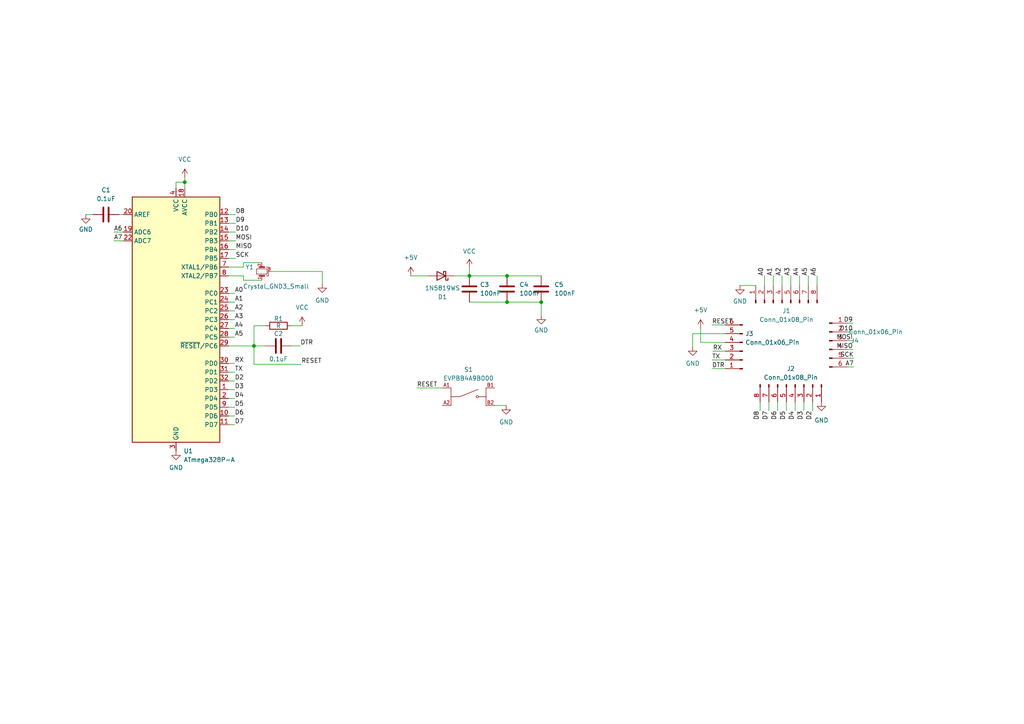
<source format=kicad_sch>
(kicad_sch (version 20230121) (generator eeschema)
  (paper "A4")
  (title_block (title "Arduino Mini") (date "2023-10-18") (rev "V0.2") (company "Zhejiang University") (comment 1 "DTB Lab") (comment 2 "https://github.com/anxndsgn/Arduino-mini") (comment 3 "MIT License") (comment 4 "Xin An"))
  (lib_symbols
    (symbol "Connector:Conn_01x06_Pin" (pin_names (offset 1.016) hide)
      (property "Reference" "J" (at 0 7.62 0))
      (property "Value" "Conn_01x06_Pin" (at 0 -10.16 0))
      (symbol "Conn_01x06_Pin_1_1"
        (polyline (pts (xy 1.27 -7.62) (xy 0.8636 -7.62)) (stroke (width 0.1524)))
        (polyline (pts (xy 1.27 -5.08) (xy 0.8636 -5.08)) (stroke (width 0.1524)))
        (polyline (pts (xy 1.27 -2.54) (xy 0.8636 -2.54)) (stroke (width 0.1524)))
        (polyline (pts (xy 1.27 0) (xy 0.8636 0)) (stroke (width 0.1524)))
        (polyline (pts (xy 1.27 2.54) (xy 0.8636 2.54)) (stroke (width 0.1524)))
        (polyline (pts (xy 1.27 5.08) (xy 0.8636 5.08)) (stroke (width 0.1524)))
        (rectangle (start 0.8636 -7.493) (end 0 -7.747) (stroke (width 0.1524)) (fill (type outline)))
        (rectangle (start 0.8636 -4.953) (end 0 -5.207) (stroke (width 0.1524)) (fill (type outline)))
        (rectangle (start 0.8636 -2.413) (end 0 -2.667) (stroke (width 0.1524)) (fill (type outline)))
        (rectangle (start 0.8636 0.127) (end 0 -0.127) (stroke (width 0.1524)) (fill (type outline)))
        (rectangle (start 0.8636 2.667) (end 0 2.413) (stroke (width 0.1524)) (fill (type outline)))
        (rectangle (start 0.8636 5.207) (end 0 4.953) (stroke (width 0.1524)) (fill (type outline)))
        (pin passive line (at 5.08 5.08 180) (length 3.81) (name "Pin_1") (number "1"))
        (pin passive line (at 5.08 2.54 180) (length 3.81) (name "Pin_2") (number "2"))
        (pin passive line (at 5.08 0 180) (length 3.81) (name "Pin_3") (number "3"))
        (pin passive line (at 5.08 -2.54 180) (length 3.81) (name "Pin_4") (number "4"))
        (pin passive line (at 5.08 -5.08 180) (length 3.81) (name "Pin_5") (number "5"))
        (pin passive line (at 5.08 -7.62 180) (length 3.81) (name "Pin_6") (number "6"))
      )
    )
    (symbol "Connector:Conn_01x08_Pin" (pin_names (offset 1.016) hide)
      (property "Reference" "J" (at 0 10.16 0))
      (property "Value" "Conn_01x08_Pin" (at 0 -12.7 0))
      (symbol "Conn_01x08_Pin_1_1"
        (polyline (pts (xy 1.27 -10.16) (xy 0.8636 -10.16)) (stroke (width 0.1524)))
        (polyline (pts (xy 1.27 -7.62) (xy 0.8636 -7.62)) (stroke (width 0.1524)))
        (polyline (pts (xy 1.27 -5.08) (xy 0.8636 -5.08)) (stroke (width 0.1524)))
        (polyline (pts (xy 1.27 -2.54) (xy 0.8636 -2.54)) (stroke (width 0.1524)))
        (polyline (pts (xy 1.27 0) (xy 0.8636 0)) (stroke (width 0.1524)))
        (polyline (pts (xy 1.27 2.54) (xy 0.8636 2.54)) (stroke (width 0.1524)))
        (polyline (pts (xy 1.27 5.08) (xy 0.8636 5.08)) (stroke (width 0.1524)))
        (polyline (pts (xy 1.27 7.62) (xy 0.8636 7.62)) (stroke (width 0.1524)))
        (rectangle (start 0.8636 -10.033) (end 0 -10.287) (stroke (width 0.1524)) (fill (type outline)))
        (rectangle (start 0.8636 -7.493) (end 0 -7.747) (stroke (width 0.1524)) (fill (type outline)))
        (rectangle (start 0.8636 -4.953) (end 0 -5.207) (stroke (width 0.1524)) (fill (type outline)))
        (rectangle (start 0.8636 -2.413) (end 0 -2.667) (stroke (width 0.1524)) (fill (type outline)))
        (rectangle (start 0.8636 0.127) (end 0 -0.127) (stroke (width 0.1524)) (fill (type outline)))
        (rectangle (start 0.8636 2.667) (end 0 2.413) (stroke (width 0.1524)) (fill (type outline)))
        (rectangle (start 0.8636 5.207) (end 0 4.953) (stroke (width 0.1524)) (fill (type outline)))
        (rectangle (start 0.8636 7.747) (end 0 7.493) (stroke (width 0.1524)) (fill (type outline)))
        (pin passive line (at 5.08 7.62 180) (length 3.81) (name "Pin_1") (number "1"))
        (pin passive line (at 5.08 5.08 180) (length 3.81) (name "Pin_2") (number "2"))
        (pin passive line (at 5.08 2.54 180) (length 3.81) (name "Pin_3") (number "3"))
        (pin passive line (at 5.08 0 180) (length 3.81) (name "Pin_4") (number "4"))
        (pin passive line (at 5.08 -2.54 180) (length 3.81) (name "Pin_5") (number "5"))
        (pin passive line (at 5.08 -5.08 180) (length 3.81) (name "Pin_6") (number "6"))
        (pin passive line (at 5.08 -7.62 180) (length 3.81) (name "Pin_7") (number "7"))
        (pin passive line (at 5.08 -10.16 180) (length 3.81) (name "Pin_8") (number "8"))
      )
    )
    (symbol "Device:C" (pin_numbers hide) (pin_names (offset 0.254))
      (property "Reference" "C" (at 0.635 2.54 0))
      (property "Value" "C" (at 0.635 -2.54 0))
      (symbol "C_0_1"
        (polyline (pts (xy -2.032 -0.762) (xy 2.032 -0.762)) (stroke (width 0.508)))
        (polyline (pts (xy -2.032 0.762) (xy 2.032 0.762)) (stroke (width 0.508)))
      )
      (symbol "C_1_1"
        (pin passive line (at 0 3.81 270) (length 2.794) (name "~") (number "1"))
        (pin passive line (at 0 -3.81 90) (length 2.794) (name "~") (number "2"))
      )
    )
    (symbol "Device:Crystal_GND3_Small" (pin_names (offset 1.016) hide)
      (property "Reference" "Y" (at 0 5.08 0))
      (property "Value" "Crystal_GND3_Small" (at 0 3.175 0))
      (symbol "Crystal_GND3_Small_0_1"
        (rectangle (start -0.762 -1.524) (end 0.762 1.524))
        (polyline (pts (xy -1.27 -0.762) (xy -1.27 0.762)) (stroke (width 0.381)))
        (polyline (pts (xy 1.27 -0.762) (xy 1.27 0.762)) (stroke (width 0.381)))
        (polyline (pts (xy -1.27 -1.27) (xy -1.27 -1.905) (xy 1.27 -1.905) (xy 1.27 -1.27)))
      )
      (symbol "Crystal_GND3_Small_1_1"
        (pin passive line (at -2.54 0 0) (length 1.27) (name "1") (number "1"))
        (pin passive line (at 2.54 0 180) (length 1.27) (name "2") (number "2"))
        (pin passive line (at 0 -2.54 90) (length 0.635) (name "3") (number "3"))
      )
    )
    (symbol "Device:R" (pin_numbers hide) (pin_names (offset 0))
      (property "Reference" "R" (at 2.032 0 90))
      (property "Value" "R" (at 0 0 90))
      (symbol "R_0_1"
        (rectangle (start -1.016 -2.54) (end 1.016 2.54) (stroke (width 0.254)))
      )
      (symbol "R_1_1"
        (pin passive line (at 0 3.81 270) (length 1.27) (name "~") (number "1"))
        (pin passive line (at 0 -3.81 90) (length 1.27) (name "~") (number "2"))
      )
    )
    (symbol "Diode:1N5819WS" (pin_numbers hide) (pin_names (offset 1.016) hide)
      (property "Reference" "D" (at 0 2.54 0))
      (property "Value" "1N5819WS" (at 0 -2.54 0))
      (symbol "1N5819WS_0_1"
        (polyline (pts (xy 1.27 0) (xy -1.27 0)))
        (polyline (pts (xy 1.27 1.27) (xy 1.27 -1.27) (xy -1.27 0) (xy 1.27 1.27)) (stroke (width 0.254)))
        (polyline (pts (xy -1.905 0.635) (xy -1.905 1.27) (xy -1.27 1.27) (xy -1.27 -1.27) (xy -0.635 -1.27) (xy -0.635 -0.635)) (stroke (width 0.254)))
      )
      (symbol "1N5819WS_1_1"
        (pin passive line (at -3.81 0 0) (length 2.54) (name "K") (number "1"))
        (pin passive line (at 3.81 0 180) (length 2.54) (name "A") (number "2"))
      )
    )
    (symbol "EVPBB4A9B000:EVPBB4A9B000" (pin_names (offset 1.016))
      (property "Reference" "S" (at -2.54 2.54 0))
      (property "Value" "EVPBB4A9B000" (at -2.54 -2.54 0))
      (symbol "EVPBB4A9B000_0_0"
        (polyline (pts (xy -5.08 2.54) (xy -5.08 -2.54)) (stroke (width 0.1524)))
        (polyline (pts (xy -2.54 0) (xy -5.08 0)) (stroke (width 0.1524)))
        (polyline (pts (xy -2.54 0) (xy 2.794 2.1336)) (stroke (width 0.1524)))
        (polyline (pts (xy 5.08 0) (xy 2.921 0)) (stroke (width 0.1524)))
        (polyline (pts (xy 5.08 2.54) (xy 5.08 -2.54)) (stroke (width 0.1524)))
        (circle (center 2.54 0) (radius 0.3302) (stroke (width 0.1524)))
        (pin passive line (at -7.62 2.54 0) (length 2.54) (name "~") (number "A1"))
        (pin passive line (at -7.62 -2.54 0) (length 2.54) (name "~") (number "A2"))
        (pin passive line (at 7.62 2.54 180) (length 2.54) (name "~") (number "B1"))
        (pin passive line (at 7.62 -2.54 180) (length 2.54) (name "~") (number "B2"))
      )
    )
    (symbol "MCU_Microchip_ATmega:ATmega328P-A"
      (property "Reference" "U" (at -12.7 36.83 0))
      (property "Value" "ATmega328P-A" (at 2.54 -36.83 0))
      (symbol "ATmega328P-A_0_1"
        (rectangle (start -12.7 -35.56) (end 12.7 35.56) (stroke (width 0.254)) (fill (type background)))
      )
      (symbol "ATmega328P-A_1_1"
        (pin bidirectional line (at 15.24 -20.32 180) (length 2.54) (name "PD3") (number "1"))
        (pin bidirectional line (at 15.24 -27.94 180) (length 2.54) (name "PD6") (number "10"))
        (pin bidirectional line (at 15.24 -30.48 180) (length 2.54) (name "PD7") (number "11"))
        (pin bidirectional line (at 15.24 30.48 180) (length 2.54) (name "PB0") (number "12"))
        (pin bidirectional line (at 15.24 27.94 180) (length 2.54) (name "PB1") (number "13"))
        (pin bidirectional line (at 15.24 25.4 180) (length 2.54) (name "PB2") (number "14"))
        (pin bidirectional line (at 15.24 22.86 180) (length 2.54) (name "PB3") (number "15"))
        (pin bidirectional line (at 15.24 20.32 180) (length 2.54) (name "PB4") (number "16"))
        (pin bidirectional line (at 15.24 17.78 180) (length 2.54) (name "PB5") (number "17"))
        (pin power_in line (at 2.54 38.1 270) (length 2.54) (name "AVCC") (number "18"))
        (pin input line (at -15.24 25.4 0) (length 2.54) (name "ADC6") (number "19"))
        (pin bidirectional line (at 15.24 -22.86 180) (length 2.54) (name "PD4") (number "2"))
        (pin passive line (at -15.24 30.48 0) (length 2.54) (name "AREF") (number "20"))
        (pin passive line (at 0 -38.1 90) (length 2.54) hide (name "GND") (number "21"))
        (pin input line (at -15.24 22.86 0) (length 2.54) (name "ADC7") (number "22"))
        (pin bidirectional line (at 15.24 7.62 180) (length 2.54) (name "PC0") (number "23"))
        (pin bidirectional line (at 15.24 5.08 180) (length 2.54) (name "PC1") (number "24"))
        (pin bidirectional line (at 15.24 2.54 180) (length 2.54) (name "PC2") (number "25"))
        (pin bidirectional line (at 15.24 0 180) (length 2.54) (name "PC3") (number "26"))
        (pin bidirectional line (at 15.24 -2.54 180) (length 2.54) (name "PC4") (number "27"))
        (pin bidirectional line (at 15.24 -5.08 180) (length 2.54) (name "PC5") (number "28"))
        (pin bidirectional line (at 15.24 -7.62 180) (length 2.54) (name "~{RESET}/PC6") (number "29"))
        (pin power_in line (at 0 -38.1 90) (length 2.54) (name "GND") (number "3"))
        (pin bidirectional line (at 15.24 -12.7 180) (length 2.54) (name "PD0") (number "30"))
        (pin bidirectional line (at 15.24 -15.24 180) (length 2.54) (name "PD1") (number "31"))
        (pin bidirectional line (at 15.24 -17.78 180) (length 2.54) (name "PD2") (number "32"))
        (pin power_in line (at 0 38.1 270) (length 2.54) (name "VCC") (number "4"))
        (pin passive line (at 0 -38.1 90) (length 2.54) hide (name "GND") (number "5"))
        (pin passive line (at 0 38.1 270) (length 2.54) hide (name "VCC") (number "6"))
        (pin bidirectional line (at 15.24 15.24 180) (length 2.54) (name "XTAL1/PB6") (number "7"))
        (pin bidirectional line (at 15.24 12.7 180) (length 2.54) (name "XTAL2/PB7") (number "8"))
        (pin bidirectional line (at 15.24 -25.4 180) (length 2.54) (name "PD5") (number "9"))
      )
    )
    (symbol "power:+5V" (power) (pin_names (offset 0))
      (property "Value" "+5V" (at 0 3.556 0))
      (symbol "+5V_0_1"
        (polyline (pts (xy -0.762 1.27) (xy 0 2.54)))
        (polyline (pts (xy 0 0) (xy 0 2.54)))
        (polyline (pts (xy 0 2.54) (xy 0.762 1.27)))
      )
      (symbol "+5V_1_1"
        (pin power_in line (at 0 0 90) (length 0) hide (name "+5V") (number "1"))
      )
    )
    (symbol "power:GND" (power) (pin_names (offset 0))
      (property "Value" "GND" (at 0 -3.81 0))
      (symbol "GND_0_1"
        (polyline (pts (xy 0 0) (xy 0 -1.27) (xy 1.27 -1.27) (xy 0 -2.54) (xy -1.27 -1.27) (xy 0 -1.27)))
      )
      (symbol "GND_1_1"
        (pin power_in line (at 0 0 270) (length 0) hide (name "GND") (number "1"))
      )
    )
    (symbol "power:VCC" (power) (pin_names (offset 0))
      (property "Value" "VCC" (at 0 3.81 0))
      (symbol "VCC_0_1"
        (polyline (pts (xy -0.762 1.27) (xy 0 2.54)))
        (polyline (pts (xy 0 0) (xy 0 2.54)))
        (polyline (pts (xy 0 2.54) (xy 0.762 1.27)))
      )
      (symbol "VCC_1_1"
        (pin power_in line (at 0 0 90) (length 0) hide (name "VCC") (number "1"))
      )
    )
  )
  (junction (at 147.066 80.01))
  (junction (at 136.144 80.01))
  (junction (at 147.066 87.63))
  (junction (at 73.66 100.33))
  (junction (at 156.972 87.63))
  (junction (at 53.594 52.832))
  (wire (pts (xy 68.072 105.41) (xy 66.294 105.41)))
  (wire (pts (xy 73.66 94.488) (xy 73.66 100.33)))
  (wire (pts (xy 70.612 76.2) (xy 75.946 76.2)))
  (wire (pts (xy 68.326 74.93) (xy 66.294 74.93)))
  (wire (pts (xy 235.712 119.126) (xy 235.712 116.586)))
  (wire (pts (xy 247.396 96.266) (xy 245.618 96.266)))
  (wire (pts (xy 68.072 107.95) (xy 66.294 107.95)))
  (wire (pts (xy 206.502 94.234) (xy 210.312 94.234)))
  (wire (pts (xy 76.962 94.488) (xy 73.66 94.488)))
  (wire (pts (xy 224.282 80.01) (xy 224.282 82.804)))
  (wire (pts (xy 33.02 69.85) (xy 35.814 69.85)))
  (wire (pts (xy 68.072 123.19) (xy 66.294 123.19)))
  (wire (pts (xy 136.144 80.01) (xy 147.066 80.01)))
  (wire (pts (xy 247.396 93.726) (xy 245.618 93.726)))
  (wire (pts (xy 76.962 100.33) (xy 73.66 100.33)))
  (wire (pts (xy 51.054 52.832) (xy 53.594 52.832)))
  (wire (pts (xy 68.326 72.39) (xy 66.294 72.39)))
  (wire (pts (xy 70.612 81.28) (xy 75.946 81.28)))
  (wire (pts (xy 221.742 80.01) (xy 221.742 82.804)))
  (wire (pts (xy 234.442 80.01) (xy 234.442 82.804)))
  (wire (pts (xy 53.594 51.562) (xy 53.594 52.832)))
  (wire (pts (xy 66.294 80.01) (xy 70.612 80.01)))
  (wire (pts (xy 233.172 119.126) (xy 233.172 116.586)))
  (wire (pts (xy 68.072 110.49) (xy 66.294 110.49)))
  (wire (pts (xy 68.072 95.25) (xy 66.294 95.25)))
  (wire (pts (xy 206.756 101.854) (xy 210.312 101.854)))
  (wire (pts (xy 24.892 62.23) (xy 26.924 62.23)))
  (wire (pts (xy 136.144 80.01) (xy 131.826 80.01)))
  (wire (pts (xy 68.326 69.85) (xy 66.294 69.85)))
  (wire (pts (xy 226.822 80.01) (xy 226.822 82.804)))
  (wire (pts (xy 229.362 80.01) (xy 229.362 82.804)))
  (wire (pts (xy 68.072 113.03) (xy 66.294 113.03)))
  (wire (pts (xy 73.66 105.664) (xy 87.376 105.664)))
  (wire (pts (xy 203.2 95.25) (xy 203.2 99.314)))
  (wire (pts (xy 247.396 98.806) (xy 245.618 98.806)))
  (wire (pts (xy 146.812 117.602) (xy 143.51 117.602)))
  (wire (pts (xy 225.552 119.126) (xy 225.552 116.586)))
  (wire (pts (xy 66.294 100.33) (xy 73.66 100.33)))
  (wire (pts (xy 70.612 77.47) (xy 66.294 77.47)))
  (wire (pts (xy 147.066 80.01) (xy 156.972 80.01)))
  (wire (pts (xy 214.63 82.804) (xy 219.202 82.804)))
  (wire (pts (xy 51.054 54.61) (xy 51.054 52.832)))
  (wire (pts (xy 68.326 62.23) (xy 66.294 62.23)))
  (wire (pts (xy 68.072 90.17) (xy 66.294 90.17)))
  (wire (pts (xy 200.914 100.584) (xy 200.914 96.774)))
  (wire (pts (xy 84.582 94.488) (xy 87.63 94.488)))
  (wire (pts (xy 136.144 77.724) (xy 136.144 80.01)))
  (wire (pts (xy 93.472 78.74) (xy 78.486 78.74)))
  (wire (pts (xy 70.612 80.01) (xy 70.612 81.28)))
  (wire (pts (xy 230.632 119.126) (xy 230.632 116.586)))
  (wire (pts (xy 120.904 112.522) (xy 128.27 112.522)))
  (wire (pts (xy 68.072 87.63) (xy 66.294 87.63)))
  (wire (pts (xy 200.914 96.774) (xy 210.312 96.774)))
  (wire (pts (xy 223.012 119.126) (xy 223.012 116.586)))
  (wire (pts (xy 73.66 105.664) (xy 73.66 100.33)))
  (wire (pts (xy 136.144 87.63) (xy 147.066 87.63)))
  (wire (pts (xy 206.502 104.394) (xy 210.312 104.394)))
  (wire (pts (xy 156.972 87.63) (xy 156.972 91.44)))
  (wire (pts (xy 68.072 120.65) (xy 66.294 120.65)))
  (wire (pts (xy 236.982 80.01) (xy 236.982 82.804)))
  (wire (pts (xy 53.594 52.832) (xy 53.594 54.61)))
  (wire (pts (xy 119.126 80.01) (xy 124.206 80.01)))
  (wire (pts (xy 247.65 103.886) (xy 245.618 103.886)))
  (wire (pts (xy 68.326 67.31) (xy 66.294 67.31)))
  (wire (pts (xy 68.072 115.57) (xy 66.294 115.57)))
  (wire (pts (xy 68.326 64.77) (xy 66.294 64.77)))
  (wire (pts (xy 68.072 97.79) (xy 66.294 97.79)))
  (wire (pts (xy 203.2 99.314) (xy 210.312 99.314)))
  (wire (pts (xy 33.02 67.31) (xy 35.814 67.31)))
  (wire (pts (xy 70.612 76.2) (xy 70.612 77.47)))
  (wire (pts (xy 93.472 82.296) (xy 93.472 78.74)))
  (wire (pts (xy 247.65 106.426) (xy 245.618 106.426)))
  (wire (pts (xy 68.072 118.11) (xy 66.294 118.11)))
  (wire (pts (xy 245.618 101.346) (xy 247.396 101.346)))
  (wire (pts (xy 220.472 119.126) (xy 220.472 116.586)))
  (wire (pts (xy 87.122 100.33) (xy 84.582 100.33)))
  (wire (pts (xy 68.072 92.71) (xy 66.294 92.71)))
  (wire (pts (xy 68.072 85.09) (xy 66.294 85.09)))
  (wire (pts (xy 231.902 80.01) (xy 231.902 82.804)))
  (wire (pts (xy 147.066 87.63) (xy 156.972 87.63)))
  (wire (pts (xy 228.092 119.126) (xy 228.092 116.586)))
  (wire (pts (xy 34.544 62.23) (xy 35.814 62.23)))
  (wire (pts (xy 206.502 106.934) (xy 210.312 106.934)))
  (label "A1" (at 224.282 80.01 90))
  (label "SCK" (at 68.326 74.93 0))
  (label "D3" (at 233.172 119.126 270))
  (label "D7" (at 68.072 123.19 0))
  (label "MOSI" (at 247.396 98.806 180))
  (label "D6" (at 225.552 119.126 270))
  (label "D7" (at 223.012 119.126 270))
  (label "MISO" (at 247.396 101.346 180))
  (label "D8" (at 68.326 62.23 0))
  (label "SCK" (at 247.65 103.886 180))
  (label "D4" (at 230.632 119.126 270))
  (label "A6" (at 33.02 67.31 0))
  (label "RX" (at 206.756 101.854 0))
  (label "A0" (at 68.072 85.09 0))
  (label "D2" (at 235.712 119.126 270))
  (label "A5" (at 68.072 97.79 0))
  (label "A3" (at 229.362 80.01 90))
  (label "RX" (at 68.072 105.41 0))
  (label "MOSI" (at 68.326 69.85 0))
  (label "D3" (at 68.072 113.03 0))
  (label "D6" (at 68.072 120.65 0))
  (label "A3" (at 68.072 92.71 0))
  (label "A2" (at 226.822 80.01 90))
  (label "D9" (at 68.326 64.77 0))
  (label "TX" (at 68.072 107.95 0))
  (label "MISO" (at 68.326 72.39 0))
  (label "D8" (at 220.472 119.126 270))
  (label "D9" (at 247.396 93.726 180))
  (label "RESET" (at 206.502 94.234 0))
  (label "A1" (at 68.072 87.63 0))
  (label "A6" (at 236.982 80.01 90))
  (label "D2" (at 68.072 110.49 0))
  (label "A7" (at 33.02 69.85 0))
  (label "DTR" (at 206.502 106.934 0))
  (label "A4" (at 68.072 95.25 0))
  (label "TX" (at 206.502 104.394 0))
  (label "D10" (at 247.396 96.266 180))
  (label "D5" (at 68.072 118.11 0))
  (label "RESET" (at 120.904 112.522 0))
  (label "A2" (at 68.072 90.17 0))
  (label "A4" (at 231.902 80.01 90))
  (label "D10" (at 68.326 67.31 0))
  (label "DTR" (at 87.122 100.33 0))
  (label "D4" (at 68.072 115.57 0))
  (label "A5" (at 234.442 80.01 90))
  (label "A7" (at 247.65 106.426 180))
  (label "D5" (at 228.092 119.126 270))
  (label "RESET" (at 87.376 105.664 0))
  (label "A0" (at 221.742 80.01 90))
  (symbol (lib_id "Device:Crystal_GND3_Small") (at 75.946 78.74 90) (unit 1)
    (property "Reference" "Y1" (at 73.66 77.47 90) (effects (justify left)))
    (property "Value" "Crystal_GND3_Small" (at 89.662 83.058 90) (effects (justify left)))
    (property "Footprint" "Crystal:Resonator_SMD_Murata_CSTxExxV-3Pin_3.0x1.1mm" (effects hide))
  )
  (symbol (lib_id "power:VCC") (at 53.594 51.562 0) (unit 1)
    (property "Reference" "#PWR03" (effects hide))
    (property "Value" "VCC" (at 53.594 46.228 0))
  )
  (symbol (lib_id "Device:C") (at 136.144 83.82 0) (unit 1)
    (property "Reference" "C3" (at 139.192 82.55 0) (effects (justify left)))
    (property "Value" "100nF" (at 139.192 85.09 0) (effects (justify left)))
    (property "Footprint" "Capacitor_SMD:C_0805_2012Metric" (effects hide))
  )
  (symbol (lib_id "power:VCC") (at 136.144 77.724 0) (unit 1)
    (property "Reference" "#PWR09" (effects hide))
    (property "Value" "VCC" (at 136.144 72.898 0))
  )
  (symbol (lib_id "power:GND") (at 214.63 82.804 0) (unit 1)
    (property "Reference" "#PWR05" (effects hide))
    (property "Value" "GND" (at 214.63 87.376 0))
  )
  (symbol (lib_id "Device:R") (at 80.772 94.488 90) (unit 1)
    (property "Reference" "R1" (at 80.772 92.456 90))
    (property "Value" "R" (at 80.772 94.488 90))
    (property "Footprint" "Resistor_SMD:R_0805_2012Metric" (effects hide))
  )
  (symbol (lib_id "Device:C") (at 147.066 83.82 0) (unit 1)
    (property "Reference" "C4" (at 150.622 82.55 0) (effects (justify left)))
    (property "Value" "100nF" (at 150.622 85.09 0) (effects (justify left)))
    (property "Footprint" "Capacitor_SMD:C_0805_2012Metric" (effects hide))
  )
  (symbol (lib_id "Connector:Conn_01x06_Pin") (at 240.538 98.806 0) (unit 1)
    (property "Reference" "J4" (at 249.174 98.806 0) (effects (justify right)))
    (property "Value" "Conn_01x06_Pin" (at 261.874 96.266 0) (effects (justify right)))
    (property "Footprint" "Connector_PinHeader_2.54mm:PinHeader_1x06_P2.54mm_Vertical" (effects hide))
  )
  (symbol (lib_id "Connector:Conn_01x06_Pin") (at 215.392 101.854 180) (unit 1)
    (property "Reference" "J3" (at 216.154 96.774 0) (effects (justify right)))
    (property "Value" "Conn_01x06_Pin" (at 216.154 99.314 0) (effects (justify right)))
    (property "Footprint" "Connector_PinHeader_2.54mm:PinHeader_1x06_P2.54mm_Vertical" (effects hide))
  )
  (symbol (lib_id "Device:C") (at 30.734 62.23 90) (unit 1)
    (property "Reference" "C1" (at 30.734 55.118 90))
    (property "Value" "0.1uF" (at 30.734 57.658 90))
    (property "Footprint" "Capacitor_SMD:C_0805_2012Metric" (effects hide))
  )
  (symbol (lib_id "MCU_Microchip_ATmega:ATmega328P-A") (at 51.054 92.71 0) (unit 1)
    (property "Reference" "U1" (at 53.2481 130.81 0) (effects (justify left)))
    (property "Value" "ATmega328P-A" (at 53.2481 133.35 0) (effects (justify left)))
    (property "Footprint" "Package_QFP:TQFP-32_7x7mm_P0.8mm" (effects hide))
    (property "Datasheet" "http://ww1.microchip.com/downloads/en/DeviceDoc/ATmega328_P%20AVR%20MCU%20with%20picoPower%20Technology%20Data%20Sheet%2040001984A.pdf" (effects hide))
  )
  (symbol (lib_id "power:+5V") (at 119.126 80.01 0) (unit 1)
    (property "Reference" "#PWR04" (effects hide))
    (property "Value" "+5V" (at 119.126 74.676 0))
  )
  (symbol (lib_id "power:GND") (at 146.812 117.602 0) (unit 1)
    (property "Reference" "#PWR08" (effects hide))
    (property "Value" "GND" (at 146.812 122.428 0))
  )
  (symbol (lib_id "power:GND") (at 93.472 82.296 0) (unit 1)
    (property "Reference" "#PWR01" (effects hide))
    (property "Value" "GND" (at 93.472 87.122 0))
  )
  (symbol (lib_id "Device:C") (at 80.772 100.33 90) (unit 1)
    (property "Reference" "C2" (at 80.772 96.774 90))
    (property "Value" "0.1uF" (at 80.772 104.14 90))
    (property "Footprint" "Capacitor_SMD:C_0805_2012Metric" (effects hide))
  )
  (symbol (lib_id "power:GND") (at 51.054 130.81 0) (unit 1)
    (property "Reference" "#PWR02" (effects hide))
    (property "Value" "GND" (at 51.054 135.636 0))
  )
  (symbol (lib_id "EVPBB4A9B000:EVPBB4A9B000") (at 135.89 115.062 0) (unit 1)
    (property "Reference" "S1" (at 135.89 107.188 0))
    (property "Value" "EVPBB4A9B000" (at 135.89 109.728 0))
    (property "Footprint" "EVPBB4A9B000:SW_EVPBB4A9B000" (effects hide))
    (property "ARROW_ELECTRONICS-PURCHASE-URL" "https://snapeda.com/shop?store=Arrow+Electronics&id=584571" (effects hide))
    (property "MOUSER-PURCHASE-URL" "https://snapeda.com/shop?store=Mouser&id=584571" (effects hide))
    (property "MAXIMUM_PACKAGE_HEIGHT" "0.58mm" (effects hide))
    (property "PACKAGE" "None" (effects hide))
    (property "Price" "None" (effects hide))
    (property "Package" "None" (effects hide))
    (property "Check_prices" "https://www.snapeda.com/parts/EVP-BB4A9B000/Panasonic/view-part/?ref=eda" (effects hide))
    (property "SnapEDA_Link" "https://www.snapeda.com/parts/EVP-BB4A9B000/Panasonic/view-part/?ref=snap" (effects hide))
    (property "MF" "Panasonic Electronic Components" (effects hide))
    (property "MP" "EVP-BB4A9B000" (effects hide))
    (property "DIGIKEY-PURCHASE-URL" "https://snapeda.com/shop?store=DigiKey&id=584571" (effects hide))
    (property "Purchase-URL" "https://www.snapeda.com/api/url_track_click_mouser/?unipart_id=7205221&manufacturer=Panasonic Electronic Components&part_name=EVP-BB4A9B000&search_term=None" (effects hide))
    (property "Description" "\nTactile Switch SPST-NO Top Actuated Surface Mount\n" (effects hide))
    (property "DIGI-KEY_PART_NUMBER" "P19888CT-ND" (effects hide))
    (property "Availability" "In Stock" (effects hide))
    (property "DESCRIPTION" "Tactile Switch SPST-NO Top Actuated Surface Mount" (effects hide))
  )
  (symbol (lib_id "power:GND") (at 24.892 62.23 0) (unit 1)
    (property "Reference" "#PWR06" (effects hide))
    (property "Value" "GND" (at 24.892 66.548 0))
  )
  (symbol (lib_id "power:+5V") (at 203.2 95.25 0) (unit 1)
    (property "Reference" "#PWR011" (effects hide))
    (property "Value" "+5V" (at 203.2 89.916 0))
  )
  (symbol (lib_id "power:GND") (at 238.252 116.586 0) (unit 1)
    (property "Reference" "#PWR013" (effects hide))
    (property "Value" "GND" (at 238.252 121.92 0))
  )
  (symbol (lib_id "Connector:Conn_01x08_Pin") (at 226.822 87.884 90) (unit 1)
    (property "Reference" "J1" (at 228.092 90.17 90))
    (property "Value" "Conn_01x08_Pin" (at 228.092 92.71 90))
    (property "Footprint" "Connector_PinHeader_2.54mm:PinHeader_1x08_P2.54mm_Vertical" (effects hide))
  )
  (symbol (lib_id "power:GND") (at 156.972 91.44 0) (unit 1)
    (property "Reference" "#PWR010" (effects hide))
    (property "Value" "GND" (at 156.972 95.758 0))
  )
  (symbol (lib_id "Device:C") (at 156.972 83.82 0) (unit 1)
    (property "Reference" "C5" (at 160.782 82.55 0) (effects (justify left)))
    (property "Value" "100nF" (at 160.782 85.09 0) (effects (justify left)))
    (property "Footprint" "Capacitor_SMD:C_0805_2012Metric" (effects hide))
  )
  (symbol (lib_id "power:GND") (at 200.914 100.584 0) (unit 1)
    (property "Reference" "#PWR012" (effects hide))
    (property "Value" "GND" (at 200.914 105.41 0))
  )
  (symbol (lib_id "Connector:Conn_01x08_Pin") (at 230.632 111.506 270) (unit 1)
    (property "Reference" "J2" (at 229.362 106.934 90))
    (property "Value" "Conn_01x08_Pin" (at 229.362 109.474 90))
    (property "Footprint" "Connector_PinHeader_2.54mm:PinHeader_1x08_P2.54mm_Vertical" (effects hide))
  )
  (symbol (lib_id "Diode:1N5819WS") (at 128.016 80.01 180) (unit 1)
    (property "Reference" "D1" (at 128.3335 86.106 0))
    (property "Value" "1N5819WS" (at 128.3335 83.566 0))
    (property "Footprint" "Diode_SMD:D_SOD-323" (effects hide))
    (property "Datasheet" "https://datasheet.lcsc.com/lcsc/2204281430_Guangdong-Hottech-1N5819WS_C191023.pdf" (effects hide))
  )
  (symbol (lib_id "power:VCC") (at 87.63 94.488 0) (unit 1)
    (property "Reference" "#PWR07" (effects hide))
    (property "Value" "VCC" (at 87.63 89.154 0))
  )
)
</source>
